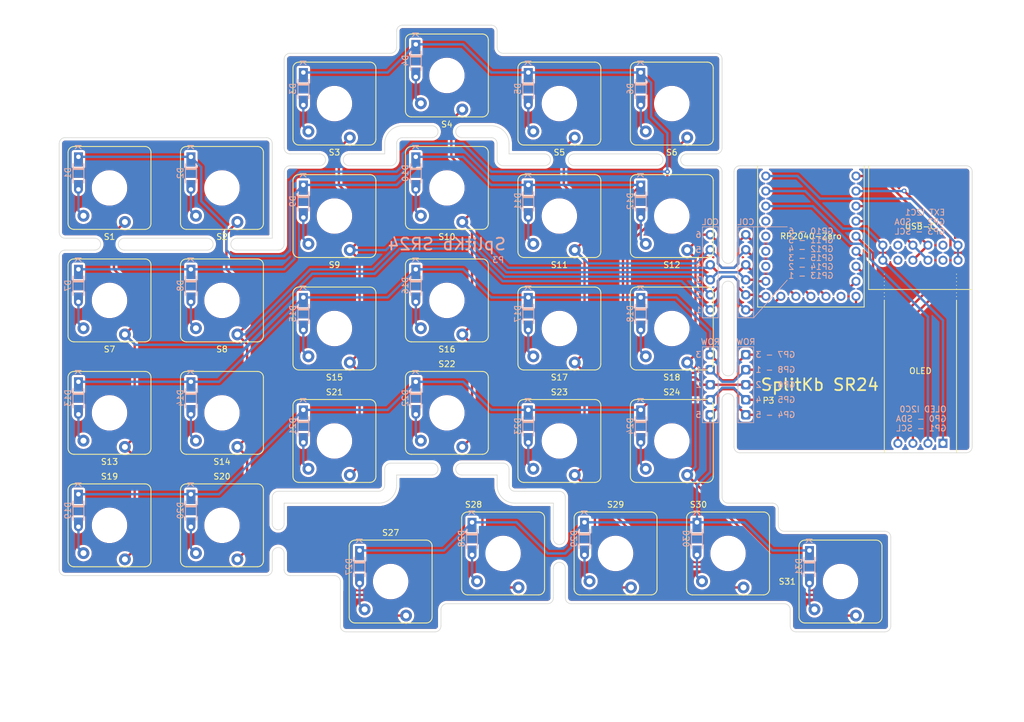
<source format=kicad_pcb>
(kicad_pcb (version 20221018) (generator pcbnew)
  (layers (0 "F.Cu" signal) (31 "B.Cu" signal) (34 "B.Paste" user) (35 "F.Paste" user) (36 "B.SilkS" user "B.Silkscreen") (37 "F.SilkS" user "F.Silkscreen") (38 "B.Mask" user) (39 "F.Mask" user) (44 "Edge.Cuts" user))
  (net 0 "")
  (net 1 "Net-(D1-A)")
  (net 2 "Net-(D2-A)")
  (net 3 "Net-(D3-A)")
  (net 4 "COL1")
  (net 5 "COL2")
  (net 6 "COL3")
  (net 7 "COL4")
  (net 8 "COL5")
  (net 9 "COL6")
  (net 10 "Net-(D5-A)")
  (net 11 "Net-(D6-A)")
  (net 12 "Net-(D7-A)")
  (net 13 "Net-(D10-A)")
  (net 14 "Net-(D11-A)")
  (net 15 "Net-(D12-A)")
  (net 16 "Net-(D14-A)")
  (net 17 "Net-(D15-A)")
  (net 18 "Net-(D16-A)")
  (net 19 "Net-(D18-A)")
  (net 20 "Net-(D19-A)")
  (net 21 "Net-(D20-A)")
  (net 22 "Net-(D22-A)")
  (net 23 "Net-(D23-A)")
  (net 24 "Net-(D24-A)")
  (net 25 "Net-(D27-A)")
  (net 26 "GND")
  (net 27 "VCC")
  (net 32 "/controler/USB_SCL")
  (net 33 "/controler/USB_SDA")
  (net 34 "+3.3V")
  (net 36 "Net-(D4-A)")
  (net 37 "Net-(D8-A)")
  (net 38 "Net-(D9-A)")
  (net 39 "Net-(D21-A)")
  (net 44 "Net-(D13-A)")
  (net 45 "Net-(D17-A)")
  (net 46 "Net-(D28-A)")
  (net 47 "Net-(D29-A)")
  (net 48 "Net-(D30-A)")
  (net 49 "Net-(D31-A)")
  (net 50 "ROW1")
  (net 51 "ROW2")
  (net 52 "ROW3")
  (net 53 "ROW4")
  (net 54 "ROW5")
  (net 55 "Net-(U1-GP1)")
  (net 56 "Net-(U1-GP0)")
  (footprint "split_kb_lib:GATERON" (layer "F.Cu") (at 87 67)
    (fp_text reference "S2")
    (fp_text value "Gateron_Switch")
  )
  (footprint "split_kb_lib:GATERON" (layer "F.Cu") (at 144 90.75)
    (fp_text reference "S17")
    (fp_text value "Gateron_Switch")
  )
  (footprint "split_kb_lib:Mouse Bites" (layer "F.Cu") (at 144 128.75 90)
    (fp_text reference "M2" hide)
    (fp_text value "~" hide)
    (fp_arc (start -2.5 -1) (mid -1.5 0) (end -2.5 1) (stroke (width 0.1)) (layer "Edge.Cuts"))
    (fp_arc (start 2.5 1) (mid 1.5 0) (end 2.5 -1) (stroke (width 0.1)) (layer "Edge.Cuts"))
  )
  (footprint "split_kb_lib:GATERON" (layer "F.Cu") (at 125 105)
    (fp_text reference "S22")
    (fp_text value "Gateron_Switch")
  )
  (footprint "split_kb_lib:GATERON" (layer "F.Cu") (at 125 67)
    (fp_text reference "S10")
    (fp_text value "Gateron_Switch")
  )
  (footprint "split_kb_lib:GATERON" (layer "F.Cu") (at 163 109.75)
    (fp_text reference "S24")
    (fp_text value "Gateron_Switch")
  )
  (footprint "split_kb_lib:OLED" (layer "F.Cu") (at 205 90.75 180)
    (fp_text reference "U2" hide)
    (fp_text value "~")
  )
  (footprint "split_kb_lib:GATERON" (layer "F.Cu") (at 87 105)
    (fp_text reference "S14")
    (fp_text value "Gateron_Switch")
  )
  (footprint "split_kb_lib:GATERON" (layer "F.Cu") (at 163 90.75)
    (fp_text reference "S18")
    (fp_text value "Gateron_Switch")
  )
  (footprint "split_kb_lib:GATERON" (layer "F.Cu") (at 191.5 133.5)
    (fp_text reference "S31")
    (fp_text value "Gateron_Switch")
  )
  (footprint "split_kb_lib:GATERON" (layer "F.Cu") (at 163 52.75)
    (fp_text reference "S6")
    (fp_text value "Gateron_Switch")
  )
  (footprint "split_kb_lib:GATERON" (layer "F.Cu") (at 172.5 128.75)
    (fp_text reference "S30")
    (fp_text value "Gateron_Switch")
  )
  (footprint "split_kb_lib:Mouse Bites" (layer "F.Cu") (at 163 62.25)
    (fp_text reference "M4" hide)
    (fp_text value "~" hide)
    (fp_arc (start -2.5 -1) (mid -1.5 0) (end -2.5 1) (stroke (width 0.1)) (layer "Edge.Cuts"))
    (fp_arc (start 2.5 1) (mid 1.5 0) (end 2.5 -1) (stroke (width 0.1)) (layer "Edge.Cuts"))
  )
  (footprint "split_kb_lib:Mouse Bites" (layer "F.Cu") (at 106 62.25)
    (fp_text reference "M3" hide)
    (fp_text value "~" hide)
    (fp_arc (start -2.5 -1) (mid -1.5 0) (end -2.5 1) (stroke (width 0.1)) (layer "Edge.Cuts"))
    (fp_arc (start 2.5 1) (mid 1.5 0) (end 2.5 -1) (stroke (width 0.1)) (layer "Edge.Cuts"))
  )
  (footprint "split_kb_lib:Mouse Bites" (layer "F.Cu") (at 96.5 126.25 -90)
    (fp_text reference "M1" hide)
    (fp_text value "~" hide)
    (fp_arc (start -2.5 -1) (mid -1.5 0) (end -2.5 1) (stroke (width 0.1)) (layer "Edge.Cuts"))
    (fp_arc (start 2.5 1) (mid 1.5 0) (end 2.5 -1) (stroke (width 0.1)) (layer "Edge.Cuts"))
  )
  (footprint "split_kb_lib:GATERON" (layer "F.Cu") (at 68 124)
    (fp_text reference "S19")
    (fp_text value "Gateron_Switch")
  )
  (footprint "split_kb_lib:GATERON" (layer "F.Cu") (at 106 71.75)
    (fp_text reference "S9")
    (fp_text value "Gateron_Switch")
  )
  (footprint "split_kb_lib:Mouse Bites" (layer "F.Cu") (at 87 76.5)
    (fp_text reference "M7" hide)
    (fp_text value "~" hide)
    (fp_arc (start -2.5 -1) (mid -1.5 0) (end -2.5 1) (stroke (width 0.1)) (layer "Edge.Cuts"))
    (fp_arc (start 2.5 1) (mid 1.5 0) (end 2.5 -1) (stroke (width 0.1)) (layer "Edge.Cuts"))
  )
  (footprint "split_kb_lib:GATERON" (layer "F.Cu") (at 144 52.75)
    (fp_text reference "S5")
    (fp_text value "Gateron_Switch")
  )
  (footprint "split_kb_lib:USB C Port" (layer "F.Cu") (at 205 73.5)
    (fp_text reference "J2" hide)
    (fp_text value "USB_C_Receptacle_USB2.0")
  )
  (footprint "split_kb_lib:GATERON" (layer "F.Cu") (at 68 67)
    (fp_text reference "S1")
    (fp_text value "Gateron_Switch")
  )
  (footprint "split_kb_lib:GATERON" (layer "F.Cu") (at 68 86)
    (fp_text reference "S7")
    (fp_text value "Gateron_Switch")
  )
  (footprint "split_kb_lib:RP2040 - Zero" (layer "F.Cu") (at 186.5 75.15)
    (fp_text reference "U1" hide)
    (fp_text value "~")
  )
  (footprint "split_kb_lib:GATERON" (layer "F.Cu") (at 153.5 128.75)
    (fp_text reference "S29")
    (fp_text value "Gateron_Switch")
  )
  (footprint "split_kb_lib:GATERON" (layer "F.Cu") (at 106 52.75)
    (fp_text reference "S3")
    (fp_text value "Gateron_Switch")
  )
  (footprint "split_kb_lib:GATERON" (layer "F.Cu") (at 87 86)
    (fp_text reference "S8")
    (fp_text value "Gateron_Switch")
  )
  (footprint "split_kb_lib:Mouse Bites" (layer "F.Cu") (at 172.5 81.25 90)
    (fp_text reference "M11" hide)
    (fp_text value "~" hide)
    (fp_arc (start -2.5 -1) (mid -1.5 0) (end -2.5 1) (stroke (width 0.1)) (layer "Edge.Cuts"))
    (fp_arc (start 2.5 1) (mid 1.5 0) (end 2.5 -1) (stroke (width 0.1)) (layer "Edge.Cuts"))
  )
  (footprint "split_kb_lib:GATERON" (layer "F.Cu") (at 125 48)
    (fp_text reference "S4")
    (fp_text value "Gateron_Switch")
  )
  (footprint "split_kb_lib:Mouse Bites" (layer "F.Cu") (at 172.5 100.25 90)
    (fp_text reference "M10" hide)
    (fp_text value "~" hide)
    (fp_arc (start -2.5 -1) (mid -1.5 0) (end -2.5 1) (stroke (width 0.1)) (layer "Edge.Cuts"))
    (fp_arc (start 2.5 1) (mid 1.5 0) (end 2.5 -1) (stroke (width 0.1)) (layer "Edge.Cuts"))
  )
  (footprint "split_kb_lib:Mouse Bites" (layer "F.Cu") (at 125 57.5)
    (fp_text reference "M8" hide)
    (fp_text value "~" hide)
    (fp_arc (start -2.5 -1) (mid -1.5 0) (end -2.5 1) (stroke (width 0.1)) (layer "Edge.Cuts"))
    (fp_arc (start 2.5 1) (mid 1.5 0) (end 2.5 -1) (stroke (width 0.1)) (layer "Edge.Cuts"))
  )
  (footprint "split_kb_lib:GATERON" (layer "F.Cu") (at 68 105)
    (fp_text reference "S13")
    (fp_text value "Gateron_Switch")
  )
  (footprint "split_kb_lib:Mouse Bites" (layer "F.Cu") (at 125 114.5)
    (fp_text reference "M6" hide)
    (fp_text value "~" hide)
    (fp_arc (start -2.5 -1) (mid -1.5 0) (end -2.5 1) (stroke (width 0.1)) (layer "Edge.Cuts"))
    (fp_arc (start 2.5 1) (mid 1.5 0) (end 2.5 -1) (stroke (width 0.1)) (layer "Edge.Cuts"))
  )
  (footprint "split_kb_lib:GATERON" (layer "F.Cu") (at 106 90.75)
    (fp_text reference "S15")
    (fp_text value "Gateron_Switch")
  )
  (footprint "split_kb_lib:GATERON" (layer "F.Cu") (at 106 109.75)
    (fp_text reference "S21")
    (fp_text value "Gateron_Switch")
  )
  (footprint "split_kb_lib:GATERON" (layer "F.Cu") (at 115.5 133.5)
    (fp_text reference "S27")
    (fp_text value "Gateron_Switch")
  )
  (footprint "split_kb_lib:GATERON" (layer "F.Cu") (at 87 124)
    (fp_text reference "S20")
    (fp_text value "Gateron_Switch")
  )
  (footprint "split_kb_lib:GATERON" (layer "F.Cu") (at 144 71.75)
    (fp_text reference "S11")
    (fp_text value "Gateron_Switch")
  )
  (footprint "split_kb_lib:GATERON" (layer "F.Cu") (at 163 71.75)
    (fp_text reference "S12")
    (fp_text value "Gateron_Switch")
  )
  (footprint "split_kb_lib:Mouse Bites" (layer "F.Cu") (at 68 76.5)
    (fp_text reference "M5" hide)
    (fp_text value "~" hide)
    (fp_arc (start -2.5 -1) (mid -1.5 0) (end -2.5 1) (stroke (width 0.1)) (layer "Edge.Cuts"))
    (fp_arc (start 2.5 1) (mid 1.5 0) (end 2.5 -1) (stroke (width 0.1)) (layer "Edge.Cuts"))
  )
  (footprint "split_kb_lib:Mouse Bites" (layer "F.Cu") (at 144 62.25)
    (fp_text reference "M9" hide)
    (fp_text value "~" hide)
    (fp_arc (start -2.5 -1) (mid -1.5 0) (end -2.5 1) (stroke (width 0.1)) (layer "Edge.Cuts"))
    (fp_arc (start 2.5 1) (mid 1.5 0) (end 2.5 -1) (stroke (width 0.1)) (layer "Edge.Cuts"))
  )
  (footprint "split_kb_lib:GATERON" (layer "F.Cu") (at 134.5 128.75)
    (fp_text reference "S28")
    (fp_text value "Gateron_Switch")
  )
  (footprint "split_kb_lib:GATERON" (layer "F.Cu") (at 125 86)
    (fp_text reference "S16")
    (fp_text value "Gateron_Switch")
  )
  (footprint "split_kb_lib:GATERON" (layer "F.Cu") (at 144 109.75)
    (fp_text reference "S23")
    (fp_text value "Gateron_Switch")
  )
  (footprint "split_kb_lib:SOD80_P5.5mm_Horizontal_SMD" (layer "B.Cu") (at 138.75 47.495 -90)
    (fp_text reference "D5")
    (fp_text value "1N4148")
  )
  (footprint "split_kb_lib:SOD80_P5.5mm_Horizontal_SMD" (layer "B.Cu") (at 157.75 85.495 -90)
    (fp_text reference "D18")
    (fp_text value "1N4148")
  )
  (footprint "split_kb_lib:SOD80_P5.5mm_Horizontal_SMD" (layer "B.Cu") (at 138.75 66.495 -90)
    (fp_text reference "D11")
    (fp_text value "1N4148")
  )
  (footprint "split_kb_lib:SOD80_P5.5mm_Horizontal_SMD" (layer "B.Cu") (at 81.75 80.745 -90)
    (fp_text reference "D8")
    (fp_text value "1N4148")
  )
  (footprint "split_kb_lib:SOD80_P5.5mm_Horizontal_SMD" (layer "B.Cu") (at 148.25 123.495 -90)
    (fp_text reference "D29")
    (fp_text value "1N4148")
  )
  (footprint "split_kb_lib:Row Connector" (layer "B.Cu") (at 169.5 100.25 180)
    (fp_text reference "J1" hide)
    (fp_text value "Conn_01x05")
  )
  (footprint "split_kb_lib:SOD80_P5.5mm_Horizontal_SMD" (layer "B.Cu") (at 157.75 47.495 -90)
    (fp_text reference "D6")
    (fp_text value "1N4148")
  )
  (footprint "split_kb_lib:SOD80_P5.5mm_Horizontal_SMD" (layer "B.Cu") (at 100.75 104.495 -90)
    (fp_text reference "D21")
    (fp_text value "1N4148")
  )
  (footprint "split_kb_lib:SOD80_P5.5mm_Horizontal_SMD" (layer "B.Cu") (at 186.25 128.245 -90)
    (fp_text reference "D31")
    (fp_text value "1N4148")
  )
  (footprint "split_kb_lib:Column Connector" (layer "B.Cu") (at 169.5 81.25)
    (fp_text reference "J4" hide)
    (fp_text value "Conn_01x06")
  )
  (footprint "split_kb_lib:SOD80_P5.5mm_Horizontal_SMD" (layer "B.Cu") (at 110.25 128.245 -90)
    (fp_text reference "D27")
    (fp_text value "1N4148")
  )
  (footprint "split_kb_lib:SOD80_P5.5mm_Horizontal_SMD" (layer "B.Cu") (at 81.75 118.745 -90)
    (fp_text reference "D20")
    (fp_text value "1N4148")
  )
  (footprint "split_kb_lib:SOD80_P5.5mm_Horizontal_SMD" (layer "B.Cu") (at 119.75 99.75 -90)
    (fp_text reference "D22")
    (fp_text value "1N4148")
  )
  (footprint "split_kb_lib:SOD80_P5.5mm_Horizontal_SMD" (layer "B.Cu") (at 62.75 80.745 -90)
    (fp_text reference "D7")
    (fp_text value "1N4148")
  )
  (footprint "split_kb_lib:SOD80_P5.5mm_Horizontal_SMD" (layer "B.Cu") (at 167.25 123.495 -90)
    (fp_text reference "D30")
    (fp_text value "1N4148")
  )
  (footprint "split_kb_lib:SOD80_P5.5mm_Horizontal_SMD" (layer "B.Cu") (at 62.75 99.745 -90)
    (fp_text reference "D13")
    (fp_text value "1N4148")
  )
  (footprint "split_kb_lib:SOD80_P5.5mm_Horizontal_SMD" (layer "B.Cu") (at 62.75 61.745 -90)
    (fp_text reference "D1")
    (fp_text value "1N4148")
  )
  (footprint "split_kb_lib:SOD80_P5.5mm_Horizontal_SMD" (layer "B.Cu") (at 129.25 123.495 -90)
    (fp_text reference "D28")
    (fp_text value "1N4148")
  )
  (footprint "split_kb_lib:SOD80_P5.5mm_Horizontal_SMD" (layer "B.Cu") (at 119.75 80.745 -90)
    (fp_text reference "D16")
    (fp_text value "1N4148")
  )
  (footprint "split_kb_lib:SOD80_P5.5mm_Horizontal_SMD" (layer "B.Cu") (at 157.75 104.495 -90)
    (fp_text reference "D24")
    (fp_text value "1N4148")
  )
  (footprint "split_kb_lib:SOD80_P5.5mm_Horizontal_SMD" (layer "B.Cu") (at 119.75 42.745 -90)
    (fp_text reference "D4")
    (fp_text value "1N4148")
  )
  (footprint "split_kb_lib:SOD80_P5.5mm_Horizontal_SMD" (layer "B.Cu") (at 62.75 118.745 -90)
    (fp_text reference "D19")
    (fp_text value "1N4148")
  )
  (footprint "split_kb_lib:SOD80_P5.5mm_Horizontal_SMD" (layer "B.Cu") (at 81.75 99.745 -90)
    (fp_text reference "D14")
    (fp_text value "1N4148")
  )
  (footprint "split_kb_lib:SOD80_P5.5mm_Horizontal_SMD" (layer "B.Cu") (at 138.75 85.495 -90)
    (fp_text reference "D17")
    (fp_text value "1N4148")
  )
  (footprint "split_kb_lib:SOD80_P5.5mm_Horizontal_SMD" (layer "B.Cu") (at 81.75 61.745 -90)
    (fp_text reference "D2")
    (fp_text value "1N4148")
  )
  (footprint "split_kb_lib:Row Connector" (layer "B.Cu") (at 175.5 100.25 180)
    (fp_text reference "J6" hide)
    (fp_text value "Conn_01x05")
  )
  (footprint "split_kb_lib:SOD80_P5.5mm_Horizontal_SMD" (layer "B.Cu") (at 119.75 61.745 -90)
    (fp_text reference "D10")
    (fp_text value "1N4148")
  )
  (footprint "split_kb_lib:Column Connector" (layer "B.Cu") (at 175.5 81.25)
    (fp_text reference "J5" hide)
    (fp_text value "Conn_01x06")
  )
  (footprint "split_kb_lib:SOD80_P5.5mm_Horizontal_SMD" (layer "B.Cu") (at 157.75 66.495 -90)
    (fp_text reference "D12")
    (fp_text value "1N4148")
  )
  (footprint "split_kb_lib:SOD80_P5.5mm_Horizontal_SMD" (layer "B.Cu") (at 100.75 85.495 -90)
    (fp_text reference "D15")
    (fp_text value "1N4148")
  )
  (footprint "split_kb_lib:SOD80_P5.5mm_Horizontal_SMD" (layer "B.Cu") (at 138.75 104.495 -90)
    (fp_text reference "D23")
    (fp_text value "1N4148")
  )
  (footprint "split_kb_lib:SOD80_P5.5mm_Horizontal_SMD" (layer "B.Cu") (at 100.75 47.495 -90)
    (fp_text reference "D3")
    (fp_text value "1N4148")
  )
  (footprint "split_kb_lib:SOD80_P5.5mm_Horizontal_SMD" (layer "B.Cu") (at 100.75 66.495 -90)
    (fp_text reference "D9")
    (fp_text value "1N4148")
  )
  (gr_line (start 176.83 73.57) (end 182.5 73.57) (stroke (width 0.12)) (layer "B.SilkS"))
  (gr_line (start 176.83 88.93) (end 182.5 82.57) (stroke (width 0.12)) (layer "B.SilkS"))
  (gr_line (start 211.1 111.75) (end 211.1 86) (stroke (width 0.15)) (layer "F.SilkS"))
  (gr_line (start 177.5 63.25) (end 177.5 87.125) (stroke (width 0.15)) (layer "F.SilkS"))
  (gr_line (start 196.25 63.25) (end 196.25 84.15) (stroke (width 0.15)) (layer "F.SilkS"))
  (gr_line (start 198.9 86) (end 198.9 81) (stroke (width 0.15) (type dot)) (layer "F.SilkS"))
  (gr_line (start 198.9 111.75) (end 198.9 86) (stroke (width 0.15)) (layer "F.SilkS"))
  (gr_line (start 195.5 63.25) (end 195.5 87.125) (stroke (width 0.15)) (layer "F.SilkS"))
  (gr_line (start 177.5 87.125) (end 195.5 87.125) (stroke (width 0.15)) (layer "F.SilkS"))
  (gr_line (start 196.25 84.15) (end 213.75 84.15) (stroke (width 0.15)) (layer "F.SilkS"))
  (gr_line (start 211.1 86) (end 211.1 81) (stroke (width 0.15) (type dot)) (layer "F.SilkS"))
  (gr_arc (start 106 132.5) (mid 106.707107 132.792893) (end 107 133.5) (stroke (width 0.1)) (layer "Edge.Cuts"))
  (gr_line (start 117.5 39.5) (end 132.5 39.5) (stroke (width 0.1)) (layer "Edge.Cuts"))
  (gr_arc (start 98.5 61.25) (mid 97.792893 60.957107) (end 97.5 60.25) (stroke (width 0.1)) (layer "Edge.Cuts"))
  (gr_arc (start 132.5 58.5) (mid 133.207107 58.792893) (end 133.5 59.5) (stroke (width 0.1)) (layer "Edge.Cuts"))
  (gr_arc (start 116.5 62.25) (mid 116.207107 62.957107) (end 115.5 63.25) (stroke (width 0.1)) (layer "Edge.Cuts"))
  (gr_arc (start 98.5 132.5) (mid 97.792893 132.207107) (end 97.5 131.5) (stroke (width 0.1)) (layer "Edge.Cuts"))
  (gr_line (start 173.5 83.75) (end 173.5 97.75) (stroke (width 0.1)) (layer "Edge.Cuts"))
  (gr_line (start 116.5 62.25) (end 116.5 59.5) (stroke (width 0.1)) (layer "Edge.Cuts"))
  (gr_line (start 181 121.25) (end 181 124) (stroke (width 0.1)) (layer "Edge.Cuts"))
  (gr_arc (start 182 125) (mid 181.292893 124.707107) (end 181 124) (stroke (width 0.1)) (layer "Edge.Cuts"))
  (gr_arc (start 200 141) (mid 199.707107 141.707107) (end 199 142) (stroke (width 0.1)) (layer "Edge.Cuts"))
  (gr_line (start 170.5 61.25) (end 165.5 61.25) (stroke (width 0.1)) (layer "Edge.Cuts"))
  (gr_line (start 97.5 76.5) (end 97.5 64.25) (stroke (width 0.1)) (layer "Edge.Cuts"))
  (gr_line (start 133.5 40.5) (end 133.5 43.25) (stroke (width 0.1)) (layer "Edge.Cuts"))
  (gr_arc (start 174.5 111.75) (mid 173.792893 111.457107) (end 173.5 110.75) (stroke (width 0.1)) (layer "Edge.Cuts"))
  (gr_arc (start 116.5 40.5) (mid 116.792893 39.792893) (end 117.5 39.5) (stroke (width 0.1)) (layer "Edge.Cuts"))
  (gr_arc (start 59.5 78.5) (mid 59.792893 77.792893) (end 60.5 77.5) (stroke (width 0.1)) (layer "Edge.Cuts"))
  (gr_arc (start 184 142) (mid 183.292893 141.707107) (end 183 141) (stroke (width 0.1)) (layer "Edge.Cuts"))
  (gr_line (start 145 126.25) (end 145 119.25) (stroke (width 0.1)) (layer "Edge.Cuts"))
  (gr_line (start 182 137.25) (end 146 137.25) (stroke (width 0.1)) (layer "Edge.Cuts"))
  (gr_line (start 172.5 120.25) (end 180 120.25) (stroke (width 0.1)) (layer "Edge.Cuts"))
  (gr_line (start 84.5 77.5) (end 70.5 77.5) (stroke (width 0.1)) (layer "Edge.Cuts"))
  (gr_line (start 60.5 58.5) (end 94.5 58.5) (stroke (width 0.1)) (layer "Edge.Cuts"))
  (gr_line (start 134.5 44.25) (end 170.5 44.25) (stroke (width 0.1)) (layer "Edge.Cuts"))
  (gr_line (start 97.5 60.25) (end 97.5 45.25) (stroke (width 0.1)) (layer "Edge.Cuts"))
  (gr_line (start 97.5 128.75) (end 97.5 131.5) (stroke (width 0.1)) (layer "Edge.Cuts"))
  (gr_line (start 60.5 77.5) (end 65.5 77.5) (stroke (width 0.1)) (layer "Edge.Cuts"))
  (gr_line (start 95.5 128.75) (end 95.5 131.5) (stroke (width 0.1)) (layer "Edge.Cuts"))
  (gr_arc (start 116.5 59.5) (mid 116.792893 58.792893) (end 117.5 58.5) (stroke (width 0.1)) (layer "Edge.Cuts"))
  (gr_line (start 160.5 63.25) (end 146.5 63.25) (stroke (width 0.1)) (layer "Edge.Cuts"))
  (gr_arc (start 170.5 44.25) (mid 171.207107 44.542893) (end 171.5 45.25) (stroke (width 0.1)) (layer "Edge.Cuts"))
  (gr_arc (start 114.5 114.5) (mid 114.792893 113.792893) (end 115.5 113.5) (stroke (width 0.1)) (layer "Edge.Cuts"))
  (gr_line (start 116.5 115.5) (end 116.5 117.25) (stroke (width 0.1)) (layer "Edge.Cuts"))
  (gr_line (start 171.5 45.25) (end 171.5 60.25) (stroke (width 0.1)) (layer "Edge.Cuts"))
  (gr_line (start 133.5 59.5) (end 133.5 62.25) (stroke (width 0.1)) (layer "Edge.Cuts"))
  (gr_arc (start 180 120.25) (mid 180.707107 120.542893) (end 181 121.25) (stroke (width 0.1)) (layer "Edge.Cuts"))
  (gr_line (start 212.75 63.25) (end 174.5 63.25) (stroke (width 0.1)) (layer "Edge.Cuts"))
  (gr_line (start 135.5 61.25) (end 135.5 59.5) (stroke (width 0.1)) (layer "Edge.Cuts"))
  (gr_arc (start 114.5 59.5) (mid 115.37868 57.37868) (end 117.5 56.5) (stroke (width 0.1)) (layer "Edge.Cuts"))
  (gr_line (start 98.5 44.25) (end 115.5 44.25) (stroke (width 0.1)) (layer "Edge.Cuts"))
  (gr_line (start 107 141) (end 107 133.5) (stroke (width 0.1)) (layer "Edge.Cuts"))
  (gr_line (start 96.5 118.25) (end 113.5 118.25) (stroke (width 0.1)) (layer "Edge.Cuts"))
  (gr_line (start 108.5 63.25) (end 115.5 63.25) (stroke (width 0.1)) (layer "Edge.Cuts"))
  (gr_arc (start 97.5 64.25) (mid 97.792893 63.542893) (end 98.5 63.25) (stroke (width 0.1)) (layer "Edge.Cuts"))
  (gr_arc (start 124 138.25) (mid 124.292893 137.542893) (end 125 137.25) (stroke (width 0.1)) (layer "Edge.Cuts"))
  (gr_line (start 89.5 75.5) (end 95.5 75.5) (stroke (width 0.1)) (layer "Edge.Cuts"))
  (gr_arc (start 97.5 76.5) (mid 97.207107 77.207107) (end 96.5 77.5) (stroke (width 0.1)) (layer "Edge.Cuts"))
  (gr_line (start 143 120.25) (end 143 126.25) (stroke (width 0.1)) (layer "Edge.Cuts"))
  (gr_line (start 174.5 111.75) (end 212.75 111.75) (stroke (width 0.1)) (layer "Edge.Cuts"))
  (gr_line (start 133.5 115.5) (end 133.5 117.25) (stroke (width 0.1)) (layer "Edge.Cuts"))
  (gr_arc (start 134.5 44.25) (mid 133.792893 43.957107) (end 133.5 43.25) (stroke (width 0.1)) (layer "Edge.Cuts"))
  (gr_arc (start 116.5 43.25) (mid 116.207107 43.957107) (end 115.5 44.25) (stroke (width 0.1)) (layer "Edge.Cuts"))
  (gr_line (start 94.5 132.5) (end 60.5 132.5) (stroke (width 0.1)) (layer "Edge.Cuts"))
  (gr_arc (start 108 142) (mid 107.292893 141.707107) (end 107 141) (stroke (width 0.1)) (layer "Edge.Cuts"))
  (gr_arc (start 124 141) (mid 123.707107 141.707107) (end 123 142) (stroke (width 0.1)) (layer "Edge.Cuts"))
  (gr_line (start 95.5 59.5) (end 95.5 75.5) (stroke (width 0.1)) (layer "Edge.Cuts"))
  (gr_line (start 133.5 115.5) (end 127.5 115.5) (stroke (width 0.1)) (layer "Edge.Cuts"))
  (gr_line (start 143 131.25) (end 143 136.25) (stroke (width 0.1)) (layer "Edge.Cuts"))
  (gr_arc (start 114.5 117.25) (mid 114.207107 117.957107) (end 113.5 118.25) (stroke (width 0.1)) (layer "Edge.Cuts"))
  (gr_arc (start 95.5 131.5) (mid 95.207107 132.207107) (end 94.5 132.5) (stroke (width 0.1)) (layer "Edge.Cuts"))
  (gr_line (start 65.5 75.5) (end 60.5 75.5) (stroke (width 0.1)) (layer "Edge.Cuts"))
  (gr_line (start 116.5 43.25) (end 116.5 40.5) (stroke (width 0.1)) (layer "Edge.Cuts"))
  (gr_line (start 114.5 59.5) (end 114.5 61.25) (stroke (width 0.1)) (layer "Edge.Cuts"))
  (gr_line (start 84.5 75.5) (end 70.5 75.5) (stroke (width 0.1)) (layer "Edge.Cuts"))
  (gr_line (start 141.5 61.25) (end 135.5 61.25) (stroke (width 0.1)) (layer "Edge.Cuts"))
  (gr_line (start 89.5 77.5) (end 96.5 77.5) (stroke (width 0.1)) (layer "Edge.Cuts"))
  (gr_arc (start 136.5 118.25) (mid 135.792893 117.957107) (end 135.5 117.25) (stroke (width 0.1)) (layer "Edge.Cuts"))
  (gr_arc (start 95.5 119.25) (mid 95.792893 118.542893) (end 96.5 118.25) (stroke (width 0.1)) (layer "Edge.Cuts"))
  (gr_arc (start 116.5 117.25) (mid 115.62132 119.37132) (end 113.5 120.25) (stroke (width 0.1)) (layer "Edge.Cuts"))
  (gr_line (start 122.5 113.5) (end 115.5 113.5) (stroke (width 0.1)) (layer "Edge.Cuts"))
  (gr_line (start 171.5 83.75) (end 171.5 97.75) (stroke (width 0.1)) (layer "Edge.Cuts"))
  (gr_line (start 122.5 115.5) (end 116.5 115.5) (stroke (width 0.1)) (layer "Edge.Cuts"))
  (gr_line (start 160.5 61.25) (end 146.5 61.25) (stroke (width 0.1)) (layer "Edge.Cuts"))
  (gr_line (start 182 125) (end 199 125) (stroke (width 0.1)) (layer "Edge.Cuts"))
  (gr_line (start 135.5 114.5) (end 135.5 117.25) (stroke (width 0.1)) (layer "Edge.Cuts"))
  (gr_arc (start 182 137.25) (mid 182.707107 137.542893) (end 183 138.25) (stroke (width 0.1)) (layer "Edge.Cuts"))
  (gr_line (start 123 142) (end 108 142) (stroke (width 0.1)) (layer "Edge.Cuts"))
  (gr_arc (start 171.5 60.25) (mid 171.207107 60.957107) (end 170.5 61.25) (stroke (width 0.1)) (layer "Edge.Cuts"))
  (gr_arc (start 134.5 63.25) (mid 133.792893 62.957107) (end 133.5 62.25) (stroke (width 0.1)) (layer "Edge.Cuts"))
  (gr_line (start 145 131.25) (end 145 136.25) (stroke (width 0.1)) (layer "Edge.Cuts"))
  (gr_arc (start 144 118.25) (mid 144.707107 118.542893) (end 145 119.25) (stroke (width 0.1)) (layer "Edge.Cuts"))
  (gr_line (start 144 118.25) (end 136.5 118.25) (stroke (width 0.1)) (layer "Edge.Cuts"))
  (gr_line (start 213.75 110.75) (end 213.75 64.25) (stroke (width 0.1)) (layer "Edge.Cuts"))
  (gr_line (start 59.5 131.5) (end 59.5 78.5) (stroke (width 0.1)) (layer "Edge.Cuts"))
  (gr_line (start 98.5 132.5) (end 106 132.5) (stroke (width 0.1)) (layer "Edge.Cuts"))
  (gr_arc (start 60.5 132.5) (mid 59.792893 132.207107) (end 59.5 131.5) (stroke (width 0.1)) (layer "Edge.Cuts"))
  (gr_line (start 183 141) (end 183 138.25) (stroke (width 0.1)) (layer "Edge.Cuts"))
  (gr_line (start 142 137.25) (end 125 137.25) (stroke (width 0.1)) (layer "Edge.Cuts"))
  (gr_line (start 95.5 123.75) (end 95.5 119.25) (stroke (width 0.1)) (layer "Edge.Cuts"))
  (gr_line (start 132.5 56.5) (end 127.5 56.5) (stroke (width 0.1)) (layer "Edge.Cuts"))
  (gr_line (start 98.5 63.25) (end 103.5 63.25) (stroke (width 0.1)) (layer "Edge.Cuts"))
  (gr_line (start 200 126) (end 200 141) (stroke (width 0.1)) (layer "Edge.Cuts"))
  (gr_line (start 122.5 56.5) (end 117.5 56.5) (stroke (width 0.1)) (layer "Edge.Cuts"))
  (gr_line (start 124 138.25) (end 124 141) (stroke (width 0.1)) (layer "Edge.Cuts"))
  (gr_arc (start 136.5 120.25) (mid 134.37868 119.37132) (end 133.5 117.25) (stroke (width 0.1)) (layer "Edge.Cuts"))
  (gr_line (start 134.5 63.25) (end 141.5 63.25) (stroke (width 0.1)) (layer "Edge.Cuts"))
  (gr_line (start 136.5 120.25) (end 143 120.25) (stroke (width 0.1)) (layer "Edge.Cuts"))
  (gr_line (start 114.5 117.25) (end 114.5 114.5) (stroke (width 0.1)) (layer "Edge.Cuts"))
  (gr_arc (start 134.5 113.5) (mid 135.207107 113.792893) (end 135.5 114.5) (stroke (width 0.1)) (layer "Edge.Cuts"))
  (gr_arc (start 170.5 63.25) (mid 171.207107 63.542893) (end 171.5 64.25) (stroke (width 0.1)) (layer "Edge.Cuts"))
  (gr_line (start 173.5 64.25) (end 173.5 78.75) (stroke (width 0.1)) (layer "Edge.Cuts"))
  (gr_line (start 113.5 120.25) (end 97.5 120.25) (stroke (width 0.1)) (layer "Edge.Cuts"))
  (gr_arc (start 146 137.25) (mid 145.292893 136.957107) (end 145 136.25) (stroke (width 0.1)) (layer "Edge.Cuts"))
  (gr_line (start 97.5 120.25) (end 97.5 123.75) (stroke (width 0.1)) (layer "Edge.Cuts"))
  (gr_arc (start 172.5 120.25) (mid 171.792893 119.957107) (end 171.5 119.25) (stroke (width 0.1)) (layer "Edge.Cuts"))
  (gr_line (start 114.5 61.25) (end 108.5 61.25) (stroke (width 0.1)) (layer "Edge.Cuts"))
  (gr_arc (start 132.5 56.5) (mid 134.62132 57.37868) (end 135.5 59.5) (stroke (width 0.1)) (layer "Edge.Cuts"))
  (gr_arc (start 97.5 45.25) (mid 97.792893 44.542893) (end 98.5 44.25) (stroke (width 0.1)) (layer "Edge.Cuts"))
  (gr_arc (start 213.75 110.75) (mid 213.457107 111.457107) (end 212.75 111.75) (stroke (width 0.1)) (layer "Edge.Cuts"))
  (gr_line (start 127.5 58.5) (end 132.5 58.5) (stroke (width 0.1)) (layer "Edge.Cuts"))
  (gr_arc (start 132.5 39.5) (mid 133.207107 39.792893) (end 133.5 40.5) (stroke (width 0.1)) (layer "Edge.Cuts"))
  (gr_line (start 122.5 58.5) (end 117.5 58.5) (stroke (width 0.1)) (layer "Edge.Cuts"))
  (gr_arc (start 199 125) (mid 199.707107 125.292893) (end 200 126) (stroke (width 0.1)) (layer "Edge.Cuts"))
  (gr_arc (start 59.5 59.5) (mid 59.792893 58.792893) (end 60.5 58.5) (stroke (width 0.1)) (layer "Edge.Cuts"))
  (gr_arc (start 60.5 75.5) (mid 59.792893 75.207107) (end 59.5 74.5) (stroke (width 0.1)) (layer "Edge.Cuts"))
  (gr_line (start 199 142) (end 184 142) (stroke (width 0.1)) (layer "Edge.Cuts"))
  (gr_line (start 59.5 74.5) (end 59.5 59.5) (stroke (width 0.1)) (layer "Edge.Cuts"))
  (gr_arc (start 173.5 64.25) (mid 173.792893 63.542893) (end 174.5 63.25) (stroke (width 0.1)) (layer "Edge.Cuts"))
  (gr_arc (start 94.5 58.5) (mid 95.207107 58.792893) (end 95.5 59.5) (stroke (width 0.1)) (layer "Edge.Cuts"))
  (gr_line (start 173.5 102.75) (end 173.5 110.75) (stroke (width 0.1)) (layer "Edge.Cuts"))
  (gr_line (start 165.5 63.25) (end 170.5 63.25) (stroke (width 0.1)) (layer "Edge.Cuts"))
  (gr_line (start 127.5 113.5) (end 134.5 113.5) (stroke (width 0.1)) (layer "Edge.Cuts"))
  (gr_arc (start 143 136.25) (mid 142.707107 136.957107) (end 142 137.25) (stroke (width 0.1)) (layer "Edge.Cuts"))
  (gr_line (start 103.5 61.25) (end 98.5 61.25) (stroke (width 0.1)) (layer "Edge.Cuts"))
  (gr_arc (start 212.75 63.25) (mid 213.457107 63.542893) (end 213.75 64.25) (stroke (width 0.1)) (layer "Edge.Cuts"))
  (gr_line (start 171.5 64.25) (end 171.5 78.75) (stroke (width 0.1)) (layer "Edge.Cuts"))
  (gr_line (start 171.5 102.75) (end 171.5 119.25) (stroke (width 0.1)) (layer "Edge.Cuts"))
  (gr_text "5" (at 167.5 105.33) (layer "B.SilkS") (effects (font (size 1 1) (thickness 0.16)) (justify mirror)))
  (gr_text "GP5 - 4" (at 180.5 102.79) (layer "B.SilkS") (effects (font (size 1 1) (thickness 0.16)) (justify mirror)))
  (gr_text "GP13 - 1" (at 186.5 81.82) (layer "B.SilkS") (effects (font (size 1 1) (thickness 0.16)) (justify mirror)))
  (gr_text "EXT I2C1\nGP2 - SDA\nGP3 - SCL" (at 209.25 72.75) (layer "B.SilkS") (effects (font (size 1 1) (thickness 0.16)) (justify left mirror)))
  (gr_text "4" (at 167.5 102.79) (layer "B.SilkS") (effects (font (size 1 1) (thickness 0.16)) (justify mirror)))
  (gr_text "ROW" (at 169.5 93) (layer "B.SilkS") (effects (font (size 1 1) (thickness 0.16)) (justify mirror)))
  (gr_text "1" (at 167.5 87.62) (layer "B.SilkS") (effects (font (size 1 1) (thickness 0.16)) (justify mirror)))
  (gr_text "1" (at 167.5 97.71) (layer "B.SilkS") (effects (font (size 1 1) (thickness 0.16)) (justify mirror)))
  (gr_text "P3" (at 134.75 79.75) (layer "B.SilkS") (effects (font (size 1 1)) (justify left bottom mirror)))
  (gr_text "SplitKb SR24" (at 125 76.5) (layer "B.SilkS") (effects (font (size 2 2) (thickness 0.3)) (justify mirror)))
  (gr_text "GP7 - 3" (at 180.5 95.17) (layer "B.SilkS") (effects (font (size 1 1) (thickness 0.16)) (justify mirror)))
  (gr_text "COL" (at 169.5 72.75) (layer "B.SilkS") (effects (font (size 1 1) (thickness 0.16)) (justify mirror)))
  (gr_text "3" (at 167.5 95.17) (layer "B.SilkS") (effects (font (size 1 1) (thickness 0.16)) (justify mirror)))
  (gr_text "GP11 - 5" (at 186.5 75.82) (layer "B.SilkS") (effects (font (size 1 1) (thickness 0.16)) (justify mirror)))
  (gr_text "3" (at 167.5 82.54) (layer "B.SilkS") (effects (font (size 1 1) (thickness 0.16)) (justify mirror)))
  (gr_text "2" (at 167.5 85.08) (layer "B.SilkS") (effects (font (size 1 1) (thickness 0.16)) (justify mirror)))
  (gr_text "GP4 - 5" (at 180.5 105.33) (layer "B.SilkS") (effects (font (size 1 1) (thickness 0.16)) (justify mirror)))
  (gr_text "6" (at 167.5 74.92) (layer "B.SilkS") (effects (font (size 1 1) (thickness 0.16)) (justify mirror)))
  (gr_text "GP6 - 2" (at 180.5 100.25) (layer "B.SilkS") (effects (font (size 1 1) (thickness 0.16)) (justify mirror)))
  (gr_text "2" (at 167.5 100.25) (layer "B.SilkS") (effects (font (size 1 1) (thickness 0.16)) (justify mirror)))
  (gr_text "5" (at 167.5 77.46) (layer "B.SilkS") (effects (font (size 1 1) (thickness 0.16)) (justify mirror)))
  (gr_text "GP14 - 2" (at 186.5 80.32) (layer "B.SilkS") (effects (font (size 1 1) (thickness 0.16)) (justify mirror)))
  (gr_text "COL" (at 175.5 72.75) (layer "B.SilkS") (effects (font (size 1 1) (thickness 0.16)) (justify mirror)))
  (gr_text "GP8 - 1" (at 180.5 97.71) (layer "B.SilkS") (effects (font (size 1 1) (thickness 0.16)) (justify mirror)))
  (gr_text "4" (at 167.5 80) (layer "B.SilkS") (effects (font (size 1 1) (thickness 0.16)) (justify mirror)))
  (gr_text "GP15 - 3" (at 186.5 78.82) (layer "B.SilkS") (effects (font (size 1 1) (thickness 0.16)) (justify mirror)))
  (gr_text "GP12 - 4" (at 186.5 77.32) (layer "B.SilkS") (effects (font (size 1 1) (thickness 0.16)) (justify mirror)))
  (gr_text "OLED I2C0\nGP0 - SDA\nGP1 - SCL" (at 209.5 106) (layer "B.SilkS") (effects (font (size 1 1) (thickness 0.16)) (justify left mirror)))
  (gr_text "GP10 - 6" (at 186.5 74.32) (layer "B.SilkS") (effects (font (size 1 1) (thickness 0.16)) (justify mirror)))
  (gr_text "ROW" (at 175.5 93) (layer "B.SilkS") (effects (font (size 1 1) (thickness 0.16)) (justify mirror)))
  (gr_text "OLED" (at 205 98.5) (layer "F.SilkS") (effects (font (size 1 1) (thickness 0.16)) (justify bottom)))
  (gr_text "USB-C" (at 205 73.5) (layer "F.SilkS") (effects (font (size 1 1) (thickness 0.16))))
  (gr_text "P3" (at 178.25 103.5) (layer "F.SilkS") (effects (font (size 1 1) (thickness 0.16)) (justify left bottom)))
  (gr_text "SplitKb SR24" (at 188 100.25) (layer "F.SilkS") (effects (font (size 2 2) (thickness 0.3))))
  (gr_text "RP2040-Zero" (at 186.5 75.15) (layer "F.SilkS") (effects (font (size 1 1) (thickness 0.16))))
  (segment (start 62.75 70.85) (end 63.6 71.7) (width 0.4) (layer "B.Cu") (net 1))
  (segment (start 62.75 67.245) (end 62.75 70.85) (width 0.4) (layer "B.Cu") (net 1))
  (segment (start 81.75 67.245) (end 81.75 70.85) (width 0.4) (layer "B.Cu") (net 2))
  (segment (start 81.75 70.85) (end 82.6 71.7) (width 0.4) (layer "B.Cu") (net 2))
  (segment (start 100.75 56.6) (end 101.6 57.45) (width 0.4) (layer "B.Cu") (net 3))
  (segment (start 100.75 52.995) (end 100.75 56.6) (width 0.4) (layer "B.Cu") (net 3))
  (segment (start 175.5 87.6) (end 179.13 87.6) (width 0.4) (layer "F.Cu") (net 4))
  (segment (start 72.25 84.25) (end 68.75 80.75) (width 0.4) (layer "F.Cu") (net 4))
  (segment (start 68.75 80.75) (end 68.75 74.6) (width 0.4) (layer "F.Cu") (net 4))
  (segment (start 72.25 93.4) (end 70.6 91.75) (width 0.4) (layer "F.Cu") (net 4))
  (segment (start 72.25 109.1) (end 72.25 93.4) (width 0.4) (layer "F.Cu") (net 4))
  (segment (start 70.6 129.75) (end 72.25 128.1) (width 0.4) (layer "F.Cu") (net 4))
  (segment (start 72.25 128.1) (end 72.25 112.4) (width 0.4) (layer "F.Cu") (net 4))
  (segment (start 72.25 90.1) (end 72.25 84.25) (width 0.4) (layer "F.Cu") (net 4))
  (segment (start 70.6 110.75) (end 72.25 109.1) (width 0.4) (layer "F.Cu") (net 4))
  (segment (start 179.13 87.6) (end 181.42 85.31) (width 0.4) (layer "F.Cu") (net 4))
  (segment (start 70.6 91.75) (end 72.25 90.1) (width 0.4) (layer "F.Cu") (net 4))
  (segment (start 72.25 112.4) (end 70.6 110.75) (width 0.4) (layer "F.Cu") (net 4))
  (segment (start 68.75 74.6) (end 70.6 72.75) (width 0.4) (layer "F.Cu") (net 4))
  (segment (start 174.2 82.7) (end 174.2 86.3) (width 0.4) (layer "B.Cu") (net 4))
  (segment (start 174.2 86.3) (end 175.5 87.6) (width 0.4) (layer "B.Cu") (net 4))
  (segment (start 128.91802 77.25) (end 134.41802 82.75) (width 0.4) (layer "B.Cu") (net 4))
  (segment (start 90.25 93.5) (end 102.25 81.5) (width 0.4) (layer "B.Cu") (net 4))
  (segment (start 117.06066 77.25) (end 128.91802 77.25) (width 0.4) (layer "B.Cu") (net 4))
  (segment (start 112.81066 81.5) (end 117.06066 77.25) (width 0.4) (layer "B.Cu") (net 4))
  (segment (start 170.8 82.7) (end 171.5 82) (width 0.4) (layer "B.Cu") (net 4))
  (segment (start 164.65 82.75) (end 169.5 87.6) (width 0.4) (layer "B.Cu") (net 4))
  (segment (start 170.8 86.3) (end 170.8 82.7) (width 0.4) (layer "B.Cu") (net 4))
  (segment (start 171.5 82) (end 173.5 82) (width 0.4) (layer "B.Cu") (net 4))
  (segment (start 72.35 93.5) (end 90.25 93.5) (width 0.4) (layer "B.Cu") (net 4))
  (segment (start 134.41802 82.75) (end 164.65 82.75) (width 0.4) (layer "B.Cu") (net 4))
  (segment (start 169.5 87.6) (end 170.8 86.3) (width 0.4) (layer "B.Cu") (net 4))
  (segment (start 173.5 82) (end 174.2 82.7) (width 0.4) (layer "B.Cu") (net 4))
  (segment (start 70.6 91.75) (end 72.35 93.5) (width 0.4) (layer "B.Cu") (net 4))
  (segment (start 102.25 81.5) (end 112.81066 81.5) (width 0.4) (layer "B.Cu") (net 4))
  (segment (start 177.5 85.31) (end 178.88 85.31) (width 0.4) (layer "F.Cu") (net 5))
  (segment (start 91.25 84.25) (end 87.75 80.75) (width 0.4) (layer "F.Cu") (net 5))
  (segment (start 91.25 112.4) (end 89.6 110.75) (width 0.4) (layer "F.Cu") (net 5))
  (segment (start 91.25 128.1) (end 91.25 124.5) (width 0.4) (layer "F.Cu") (net 5))
  (segment (start 175.5 85.06) (end 177.25 85.06) (width 0.4) (layer "F.Cu") (net 5))
  (segment (start 87.75 80.75) (end 87.75 74.6) (width 0.4) (layer "F.Cu") (net 5))
  (segment (start 89.6 91.75) (end 91.25 90.1) (width 0.4) (layer "F.Cu") (net 5))
  (segment (start 170.8 83.76) (end 170.8 82.7) (width 0.4) (layer "F.Cu") (net 5))
  (segment (start 102.25 126.25) (end 94.5 126.25) (width 0.4) (layer "F.Cu") (net 5))
  (segment (start 91.25 93.4) (end 89.6 91.75) (width 0.4) (layer "F.Cu") (net 5))
  (segment (start 171.5 82) (end 173.5 82) (width 0.4) (layer "F.Cu") (net 5))
  (segment (start 89.6 129.75) (end 91.25 128.1) (width 0.4) (layer "F.Cu") (net 5))
  (segment (start 91.25 124.5) (end 91.25 112.4) (width 0.4) (layer "F.Cu") (net 5))
  (segment (start 109.25 135.75) (end 108 134.5) (width 0.4) (layer "F.Cu") (net 5))
  (segment (start 91.25 109.1) (end 91.25 93.4) (width 0.4) (layer "F.Cu") (net 5))
  (segment (start 170.8 82.7) (end 171.5 82) (width 0.4) (layer "F.Cu") (net 5))
  (segment (start 174.2 83.76) (end 175.5 85.06) (width 0.4) (layer "F.Cu") (net 5))
  (segment (start 108 134.5) (end 108 132) (width 0.4) (layer "F.Cu") (net 5))
  (segment (start 169.5 85.06) (end 170.8 83.76) (width 0.4) (layer "F.Cu") (net 5))
  (segment (start 174.2 82.7) (end 174.2 83.76) (width 0.4) (layer "F.Cu") (net 5))
  (segment (start 115.5 139.25) (end 112 135.75) (width 0.4) (layer "F.Cu") (net 5))
  (segment (start 87.75 74.6) (end 89.6 72.75) (width 0.4) (layer "F.Cu") (net 5))
  (segment (start 89.6 110.75) (end 91.25 109.1) (width 0.4) (layer "F.Cu") (net 5))
  (segment (start 108 132) (end 102.25 126.25) (width 0.4) (layer "F.Cu") (net 5))
  (segment (start 112 135.75) (end 109.25 135.75) (width 0.4) (layer "F.Cu") (net 5))
  (segment (start 118.1 139.25) (end 115.5 139.25) (width 0.4) (layer "F.Cu") (net 5))
  (segment (start 91.25 90.1) (end 91.25 84.25) (width 0.4) (layer "F.Cu") (net 5))
  (segment (start 177.25 85.06) (end 177.5 85.31) (width 0.4) (layer "F.Cu") (net 5))
  (segment (start 94.5 126.25) (end 91.25 123) (width 0.4) (layer "F.Cu") (net 5))
  (segment (start 173.5 82) (end 174.2 82.7) (width 0.4) (layer "F.Cu") (net 5))
  (segment (start 116.75 76.5) (end 129.22868 76.5) (width 0.4) (layer "B.Cu") (net 5))
  (segment (start 89.6 91.75) (end 90.93934 91.75) (width 0.4) (layer "B.Cu") (net 5))
  (segment (start 90.93934 91.75) (end 101.93934 80.75) (width 0.4) (layer "B.Cu") (net 5))
  (segment (start 129.22868 76.5) (end 134.72868 82) (width 0.4) (layer "B.Cu") (net 5))
  (segment (start 101.93934 80.75) (end 112.5 80.75) (width 0.4) (layer "B.Cu") (net 5))
  (segment (start 166.44 82) (end 169.5 85.06) (width 0.4) (layer "B.Cu") (net 5))
  (segment (start 134.72868 82) (end 166.44 82) (width 0.4) (layer "B.Cu") (net 5))
  (segment (start 112.5 80.75) (end 116.75 76.5) (width 0.4) (layer "B.Cu") (net 5))
  (segment (start 175.5 82.52) (end 177.25 82.52) (width 0.4) (layer "F.Cu") (net 6))
  (segment (start 108.6 77.5) (end 110.25 75.85) (width 0.4) (layer "F.Cu") (net 6))
  (segment (start 108.6 115.5) (end 110.25 113.85) (width 0.4) (layer "F.Cu") (net 6))
  (segment (start 108.6 96.5) (end 110.25 94.85) (width 0.4) (layer "F.Cu") (net 6))
  (segment (start 110.25 98.15) (end 108.6 96.5) (width 0.4) (layer "F.Cu") (net 6))
  (segment (start 137.1 134.5) (end 134.5 134.5) (width 0.4) (layer "F.Cu") (net 6))
  (segment (start 125 115.5) (end 125 113.5) (width 0.4) (layer "F.Cu") (net 6))
  (segment (start 110.25 113.85) (end 110.25 98.15) (width 0.4) (layer "F.Cu") (net 6))
  (segment (start 124 112.5) (end 113.5 112.5) (width 0.4) (layer "F.Cu") (net 6))
  (segment (start 110.25 75.85) (end 110.25 70) (width 0.4) (layer "F.Cu") (net 6))
  (segment (start 110.25 79.15) (end 108.6 77.5) (width 0.4) (layer "F.Cu") (net 6))
  (segment (start 177.5 82.77) (end 178.88 82.77) (width 0.4) (layer "F.Cu") (net 6))
  (segment (start 106.75 66.5) (end 106.75 60.35) (width 0.4) (layer "F.Cu") (net 6))
  (segment (start 125 113.5) (end 124 112.5) (width 0.4) (layer "F.Cu") (net 6))
  (segment (start 131 131) (end 131 121.5) (width 0.4) (layer "F.Cu") (net 6))
  (segment (start 134.5 134.5) (end 131 131) (width 0.4) (layer "F.Cu") (net 6))
  (segment (start 113.5 112.5) (end 110.25 109.25) (width 0.4) (layer "F.Cu") (net 6))
  (segment (start 110.25 94.85) (end 110.25 79.15) (width 0.4) (layer "F.Cu") (net 6))
  (segment (start 106.75 60.35) (end 108.6 58.5) (width 0.4) (layer "F.Cu") (net 6))
  (segment (start 131 121.5) (end 125 115.5) (width 0.4) (layer "F.Cu") (net 6))
  (segment (start 110.25 70) (end 106.75 66.5) (width 0.4) (layer "F.Cu") (net 6))
  (segment (start 177.25 82.52) (end 177.5 82.77) (width 0.4) (layer "F.Cu") (net 6))
  (segment (start 135.03934 81.25) (end 168.23 81.25) (width 0.4) (layer "B.Cu") (net 6))
  (segment (start 114.68934 77.5) (end 116.43934 75.75) (width 0.4) (layer "B.Cu") (net 6))
  (segment (start 170.77 81.25) (end 174.23 81.25) (width 0.4) (layer "B.Cu") (net 6))
  (segment (start 116.43934 75.75) (end 129.53934 75.75) (width 0.4) (layer "B.Cu") (net 6))
  (segment (start 174.23 81.25) (end 175.5 82.52) (width 0.4) (layer "B.Cu") (net 6))
  (segment (start 108.6 77.5) (end 114.68934 77.5) (width 0.4) (layer "B.Cu") (net 6))
  (segment (start 129.53934 75.75) (end 135.03934 81.25) (width 0.4) (layer "B.Cu") (net 6))
  (segment (start 168.23 81.25) (end 169.5 82.52) (width 0.4) (layer "B.Cu") (net 6))
  (segment (start 169.5 82.52) (end 170.77 81.25) (width 0.4) (layer "B.Cu") (net 6))
  (segment (start 139 117.25) (end 136.5 114.75) (width 0.4) (layer "F.Cu") (net 7))
  (segment (start 129.25 104.5) (end 129.25 93.4) (width 0.4) (layer "F.Cu") (net 7))
  (segment (start 127.6 110.75) (end 129.25 109.1) (width 0.4) (layer "F.Cu") (net 7))
  (segment (start 125.75 61.75) (end 125.75 55.6) (width 0.4) (layer "F.Cu") (net 7))
  (segment (start 175.5 79.98) (end 177.02 81.5) (width 0.4) (layer "F.Cu") (net 7))
  (segment (start 129.25 71.1) (end 129.25 65.25) (width 0.4) (layer "F.Cu") (net 7))
  (segment (start 136.5 111.75) (end 129.25 104.5) (width 0.4) (layer "F.Cu") (net 7))
  (segment (start 169.5 79.98) (end 170.77 81.25) (width 0.4) (layer "F.Cu") (net 7))
  (segment (start 129.25 74.4) (end 127.6 72.75) (width 0.4) (layer "F.Cu") (net 7))
  (segment (start 180.15 81.5) (end 183.96 85.31) (width 0.4) (layer "F.Cu") (net 7))
  (segment (start 150 120) (end 147.25 117.25) (width 0.4) (layer "F.Cu") (net 7))
  (segment (start 136.5 114.75) (end 136.5 111.75) (width 0.4) (layer "F.Cu") (net 7))
  (segment (start 177.02 81.5) (end 180.15 81.5) (width 0.4) (layer "F.Cu") (net 7))
  (segment (start 153.5 134.5) (end 150 131) (width 0.4) (layer "F.Cu") (net 7))
  (segment (start 147.25 117.25) (end 139 117.25) (width 0.4) (layer "F.Cu") (net 7))
  (segment (start 156.1 134.5) (end 153.5 134.5) (width 0.4) (layer "F.Cu") (net 7))
  (segment (start 127.6 72.75) (end 129.25 71.1) (width 0.4) (layer "F.Cu") (net 7))
  (segment (start 125.75 55.6) (end 127.6 53.75) (width 0.4) (layer "F.Cu") (net 7))
  (segment (start 150 131) (end 150 120) (width 0.4) (layer "F.Cu") (net 7))
  (segment (start 129.25 93.4) (end 127.6 91.75) (width 0.4) (layer "F.Cu") (net 7))
  (segment (start 129.25 90.1) (end 129.25 74.4) (width 0.4) (layer "F.Cu") (net 7))
  (segment (start 129.25 65.25) (end 125.75 61.75) (width 0.4) (layer "F.Cu") (net 7))
  (segment (start 129.25 109.1) (end 129.25 104.5) (width 0.4) (layer "F.Cu") (net 7))
  (segment (start 174.23 81.25) (end 175.5 79.98) (width 0.4) (layer "F.Cu") (net 7))
  (segment (start 127.6 91.75) (end 129.25 90.1) (width 0.4) (layer "F.Cu") (net 7))
  (segment (start 170.77 81.25) (end 174.23 81.25) (width 0.4) (layer "F.Cu") (net 7))
  (segment (start 127.6 72.75) (end 135.35 80.5) (width 0.4) (layer "B.Cu") (net 7))
  (segment (start 168.98 80.5) (end 169.5 79.98) (width 0.4) (layer "B.Cu") (net 7))
  (segment (start 135.35 80.5) (end 168.98 80.5) (width 0.4) (layer "B.Cu") (net 7))
  (segment (start 172.5 134.5) (end 175.1 134.5) (width 0.4) (layer "F.Cu") (net 8))
  (segment (start 162.1 131) (end 169 131) (width 0.4) (layer "F.Cu") (net 8))
  (segment (start 148.25 75.85) (end 148.25 70) (width 0.4) (layer "F.Cu") (net 8))
  (segment (start 148.25 98.15) (end 148.25 113.85) (width 0.4) (layer "F.Cu") (net 8))
  (segment (start 169 131) (end 172.5 134.5) (width 0.4) (layer "F.Cu") (net 8))
  (segment (start 144.75 60.35) (end 146.6 58.5) (width 0.4) (layer "F.Cu") (net 8))
  (segment (start 146.6 96.5) (end 148.25 98.15) (width 0.4) (layer "F.Cu") (net 8))
  (segment (start 146.6 77.5) (end 148.25 75.85) (width 0.4) (layer "F.Cu") (net 8))
  (segment (start 175.5 77.44) (end 177.013359 78.953359) (width 0.4) (layer "F.Cu") (net 8))
  (segment (start 148.25 113.85) (end 146.6 115.5) (width 0.4) (layer "F.Cu") (net 8))
  (segment (start 148.25 79.15) (end 146.6 77.5) (width 0.4) (layer "F.Cu") (net 8))
  (segment (start 180.143359 78.953359) (end 186.5 85.31) (width 0.4) (layer "F.Cu") (net 8))
  (segment (start 146.6 96.5) (end 148.25 94.85) (width 0.4) (layer "F.Cu") (net 8))
  (segment (start 148.25 70) (end 144.75 66.5) (width 0.4) (layer "F.Cu") (net 8))
  (segment (start 144.75 66.5) (end 144.75 60.35) (width 0.4) (layer "F.Cu") (net 8))
  (segment (start 146.6 115.5) (end 162.1 131) (width 0.4) (layer "F.Cu") (net 8))
  (segment (start 148.25 94.85) (end 148.25 79.15) (width 0.4) (layer "F.Cu") (net 8))
  (segment (start 177.013359 78.953359) (end 180.143359 78.953359) (width 0.4) (layer "F.Cu") (net 8))
  (segment (start 170.8 79.8) (end 171.5 80.5) (width 0.4) (layer "B.Cu") (net 8))
  (segment (start 171.5 80.5) (end 173.5 80.5) (width 0.4) (layer "B.Cu") (net 8))
  (segment (start 175.5 77.44) (end 174.2 78.74) (width 0.4) (layer "B.Cu") (net 8))
  (segment (start 169.5 77.44) (end 170.8 78.74) (width 0.4) (layer "B.Cu") (net 8))
  (segment (start 146.6 77.5) (end 148.85 79.75) (width 0.4) (layer "B.Cu") (net 8))
  (segment (start 173.5 80.5) (end 174.2 79.8) (width 0.4) (layer "B.Cu") (net 8))
  (segment (start 167.19 79.75) (end 169.5 77.44) (width 0.4) (layer "B.Cu") (net 8))
  (segment (start 170.8 78.74) (end 170.8 79.8) (width 0.4) (layer "B.Cu") (net 8))
  (segment (start 174.2 78.74) (end 174.2 79.8) (width 0.4) (layer "B.Cu") (net 8))
  (segment (start 148.85 79.75) (end 167.19 79.75) (width 0.4) (layer "B.Cu") (net 8))
  (segment (start 175.5 74.9) (end 177.019157 76.419157) (width 0.4) (layer "F.Cu") (net 9))
  (segment (start 165.6 77.5) (end 167 78.9) (width 0.4) (layer "F.Cu") (net 9))
  (segment (start 167 76.1) (end 167 69.75) (width 0.4) (layer "F.Cu") (net 9))
  (segment (start 163.75 60.35) (end 165.6 58.5) (width 0.4) (layer "F.Cu") (net 9))
  (segment (start 166.6 76.5) (end 167 76.1) (width 0.4) (layer "F.Cu") (net 9))
  (segment (start 174.2 79.8) (end 174.2 76.2) (width 0.4) (layer "F.Cu") (net 9))
  (segment (start 188.125 135.75) (end 191.625 139.25) (width 0.4) (layer "F.Cu") (net 9))
  (segment (start 168.2 74.9) (end 169.5 74.9) (width 0.4) (layer "F.Cu") (net 9))
  (segment (start 165.6 77.5) (end 166.6 76.5) (width 0.4) (layer "F.Cu") (net 9))
  (segment (start 167 69.75) (end 163.75 66.5) (width 0.4) (layer "F.Cu") (net 9))
  (segment (start 174.2 76.2) (end 175.5 74.9) (width 0.4) (layer "F.Cu") (net 9))
  (segment (start 165.6 115.5) (end 185.85 135.75) (width 0.4) (layer "F.Cu") (net 9))
  (segment (start 163.75 66.5) (end 163.75 60.35) (width 0.4) (layer "F.Cu") (net 9))
  (segment (start 170.8 79.8) (end 171.5 80.5) (width 0.4) (layer "F.Cu") (net 9))
  (segment (start 191.625 139.25) (end 194.1 139.25) (width 0.4) (layer "F.Cu") (net 9))
  (segment (start 180.149157 76.419157) (end 189.04 85.31) (width 0.4) (layer "F.Cu") (net 9))
  (segment (start 168.2 74.9) (end 167 76.1) (width 0.4) (layer "F.Cu") (net 9))
  (segment (start 167 78.9) (end 167 95.1) (width 0.4) (layer "F.Cu") (net 9))
  (segment (start 173.5 80.5) (end 174.2 79.8) (width 0.4) (layer "F.Cu") (net 9))
  (segment (start 177.019157 76.419157) (end 180.149157 76.419157) (width 0.4) (layer "F.Cu") (net 9))
  (segment (start 171.5 80.5) (end 173.5 80.5) (width 0.4) (layer "F.Cu") (net 9))
  (segment (start 169.5 74.9) (end 170.8 76.2) (width 0.4) (layer "F.Cu") (net 9))
  (segment (start 185.85 135.75) (end 188.125 135.75) (width 0.4) (layer "F.Cu") (net 9))
  (segment (start 167 95.1) (end 165.6 96.5) (width 0.4) (layer "F.Cu") (net 9))
  (segment (start 170.8 76.2) (end 170.8 79.8) (width 0.4) (layer "F.Cu") (net 9))
  (segment (start 165.6 96.5) (end 167 97.9) (width 0.4) (layer "B.Cu") (net 9))
  (segment (start 167 114.1) (end 165.6 115.5) (width 0.4) (layer "B.Cu") (net 9))
  (segment (start 167 97.9) (end 167 114.1) (width 0.4) (layer "B.Cu") (net 9))
  (segment (start 138.75 56.6) (end 139.6 57.45) (width 0.4) (layer "B.Cu") (net 10))
  (segment (start 138.75 52.995) (end 138.75 56.6) (width 0.4) (layer "B.Cu") (net 10))
  (segment (start 157.75 52.995) (end 157.75 56.6) (width 0.4) (layer "B.Cu") (net 11))
  (segment (start 157.75 56.6) (end 158.6 57.45) (width 0.4) (layer "B.Cu") (net 11))
  (segment (start 62.75 86.245) (end 62.75 89.85) (width 0.4) (layer "B.Cu") (net 12))
  (segment (start 62.75 89.85) (end 63.6 90.7) (width 0.4) (layer "B.Cu") (net 12))
  (segment (start 119.75 70.85) (end 120.6 71.7) (width 0.4) (layer "B.Cu") (net 13))
  (segment (start 119.75 67.245) (end 119.75 70.85) (width 0.4) (layer "B.Cu") (net 13))
  (segment (start 138.75 71.995) (end 138.75 75.6) (width 0.4) (layer "B.Cu") (net 14))
  (segment (start 138.75 75.6) (end 139.6 76.45) (width 0.4) (layer "B.Cu") (net 14))
  (segment (start 157.75 75.6) (end 158.6 76.45) (width 0.4) (layer "B.Cu") (net 15))
  (segment (start 157.75 71.995) (end 157.75 75.6) (width 0.4) (layer "B.Cu") (net 15))
  (segment (start 81.75 105.245) (end 81.75 108.85) (width 0.4) (layer "B.Cu") (net 16))
  (segment (start 81.75 108.85) (end 82.6 109.7) (width 0.4) (layer "B.Cu") (net 16))
  (segment (start 100.75 94.6) (end 101.6 95.45) (width 0.4) (layer "B.Cu") (net 17))
  (segment (start 100.75 90.995) (end 100.75 94.6) (width 0.4) (layer "B.Cu") (net 17))
  (segment (start 119.75 86.245) (end 119.75 89.85) (width 0.4) (layer "B.Cu") (net 18))
  (segment (start 119.75 89.85) (end 120.6 90.7) (width 0.4) (layer "B.Cu") (net 18))
  (segment (start 157.75 94.6) (end 158.6 95.45) (width 0.4) (layer "B.Cu") (net 19))
  (segment (start 157.75 90.995) (end 157.75 94.6) (width 0.4) (layer "B.Cu") (net 19))
  (segment (start 62.75 127.85) (end 63.6 128.7) (width 0.4) (layer "B.Cu") (net 20))
  (segment (start 62.75 124.245) (end 62.75 127.85) (width 0.4) (layer "B.Cu") (net 20))
  (segment (start 81.75 127.85) (end 82.6 128.7) (width 0.4) (layer "B.Cu") (net 21))
  (segment (start 81.75 124.245) (end 81.75 127.85) (width 0.4) (layer "B.Cu") (net 21))
  (segment (start 119.75 105.25) (end 119.75 108.85) (width 0.4) (layer "B.Cu") (net 22))
  (segment (start 119.75 108.85) (end 120.6 109.7) (width 0.4) (layer "B.Cu") (net 22))
  (segment (start 138.75 113.6) (end 139.6 114.45) (width 0.4) (layer "B.Cu") (net 23))
  (segment (start 138.75 109.995) (end 138.75 113.6) (width 0.4) (layer "B.Cu") (net 23))
  (segment (start 157.75 113.6) (end 158.6 114.45) (width 0.4) (layer "B.Cu") (net 24))
  (segment (start 157.75 109.995) (end 157.75 113.6) (width 0.4) (layer "B.Cu") (net 24))
  (segment (start 110.25 137.35) (end 111.1 138.2) (width 0.4) (layer "B.Cu") (net 25))
  (segment (start 110.25 133.745) (end 110.25 137.35) (width 0.4) (layer "B.Cu") (net 25))
  (segment (start 178.88 67.53) (end 185.53 67.53) (width 0.4) (layer "B.Cu") (net 26))
  (segment (start 198.65 79.215) (end 208.81 89.375) (width 0.4) (layer "B.Cu") (net 26))
  (segment (start 198.65 76.675) (end 198.65 79.215) (width 0.4) (layer "B.Cu") (net 26))
  (segment (start 195.847 73.872) (end 198.65 76.675) (width 0.4) (layer "B.Cu") (net 26))
  (segment (start 191.872 73.872) (end 195.847 73.872) (width 0.4) (layer "B.Cu") (net 26))
  (segment (start 185.53 67.53) (end 191.872 73.872) (width 0.4) (layer "B.Cu") (net 26))
  (segment (start 208.81 89.375) (end 208.81 110.15) (width 0.4) (layer "B.Cu") (net 26))
  (segment (start 178.88 64.99) (end 184.24 64.99) (width 0.4) (layer "B.Cu") (net 27))
  (segment (start 188.058 68.808) (end 203.483 68.808) (width 0.4) (layer "B.Cu") (net 27))
  (segment (start 203.483 68.808) (end 211.35 76.675) (width 0.4) (layer "B.Cu") (net 27))
  (segment (start 211.35 76.675) (end 211.35 79.215) (width 0.4) (layer "B.Cu") (net 27))
  (segment (start 184.24 64.99) (end 188.058 68.808) (width 0.4) (layer "B.Cu") (net 27))
  (segment (start 194.12 72.61) (end 199.665 72.61) (width 0.4) (layer "F.Cu") (net 32))
  (segment (start 199.665 72.61) (end 203.73 76.675) (width 0.4) (layer "F.Cu") (net 32))
  (segment (start 203.73 76.675) (end 206.27 79.215) (width 0.4) (layer "B.Cu") (net 32))
  (segment (start 194.12 70.07) (end 199.665 70.07) (width 0.4) (layer "F.Cu") (net 33))
  (segment (start 203.73 79.215) (end 206.27 76.675) (width 0.4) (layer "F.Cu") (net 33))
  (segment (start 199.665 70.07) (end 206.27 76.675) (width 0.4) (layer "F.Cu") (net 33))
  (segment (start 206.27 88.77) (end 196.5 79) (width 0.4) (layer "B.Cu") (net 34))
  (segment (start 193.183025 76.428) (end 186.825025 70.07) (width 0.4) (layer "B.Cu") (net 34))
  (segment (start 196.5 78) (end 194.928 76.428) (width 0.4) (layer "B.Cu") (net 34))
  (segment (start 194.928 76.428) (end 193.183025 76.428) (width 0.4) (layer "B.Cu") (net 34))
  (segment (start 206.27 110.15) (end 206.27 88.77) (width 0.4) (layer "B.Cu") (net 34))
  (segment (start 186.825025 70.07) (end 178.88 70.07) (width 0.4) (layer "B.Cu") (net 34))
  (segment (start 196.5 79) (end 196.5 78) (width 0.4) (layer "B.Cu") (net 34))
  (segment (start 119.75 48.245) (end 119.75 51.85) (width 0.4) (layer "B.Cu") (net 36))
  (segment (start 119.75 51.85) (end 120.6 52.7) (width 0.4) (layer "B.Cu") (net 36))
  (segment (start 81.75 89.85) (end 82.6 90.7) (width 0.4) (layer "B.Cu") (net 37))
  (segment (start 81.75 86.245) (end 81.75 89.85) (width 0.4) (layer "B.Cu") (net 37))
  (segment (start 100.75 71.995) (end 100.75 75.6) (width 0.4) (layer "B.Cu") (net 38))
  (segment (start 100.75 75.6) (end 101.6 76.45) (width 0.4) (layer "B.Cu") (net 38))
  (segment (start 100.75 113.6) (end 101.6 114.45) (width 0.4) (layer "B.Cu") (net 39))
  (segment (start 100.75 109.995) (end 100.75 113.6) (width 0.4) (layer "B.Cu") (net 39))
  (segment (start 62.75 108.85) (end 63.6 109.7) (width 0.4) (layer "B.Cu") (net 44))
  (segment (start 62.75 105.245) (end 62.75 108.85) (width 0.4) (layer "B.Cu") (net 44))
  (segment (start 138.75 90.995) (end 138.75 94.6) (width 0.4) (layer "B.Cu") (net 45))
  (segment (start 138.75 94.6) (end 139.6 95.45) (width 0.4) (layer "B.Cu") (net 45))
  (segment (start 129.25 128.995) (end 129.25 132.6) (width 0.4) (layer "B.Cu") (net 46))
  (segment (start 129.25 132.6) (end 130.1 133.45) (width 0.4) (layer "B.Cu") (net 46))
  (segment (start 148.25 132.6) (end 149.1 133.45) (width 0.4) (layer "B.Cu") (net 47))
  (segment (start 148.25 128.995) (end 148.25 132.6) (width 0.4) (layer "B.Cu") (net 47))
  (segment (start 167.25 128.995) (end 167.25 132.6) (width 0.4) (layer "B.Cu") (net 48))
  (segment (start 167.25 132.6) (end 168.1 133.45) (width 0.4) (layer "B.Cu") (net 48))
  (segment (start 186.25 137.35) (end 187.1 138.2) (width 0.4) (layer "B.Cu") (net 49))
  (segment (start 186.25 133.745) (end 186.25 137.35) (width 0.4) (layer "B.Cu") (net 49))
  (segment (start 162.25 64.25) (end 162.25 66.5) (width 0.4) (layer "F.Cu") (net 50))
  (segment (start 155.5 76.75) (end 155.5 97.5) (width 0.4) (layer "F.Cu") (net 50))
  (segment (start 155.5 97.5) (end 156.25 98.25) (width 0.4) (layer "F.Cu") (net 50))
  (segment (start 167.54 97.71) (end 169.5 97.71) (width 0.4) (layer "F.Cu") (net 50))
  (segment (start 159.5 69.25) (end 159.5 72.75) (width 0.4) (layer "F.Cu") (net 50))
  (segment (start 194.12 88.13) (end 194.12 85.31) (width 0.4) (layer "F.Cu") (net 50))
  (segment (start 184.54 97.71) (end 194.12 88.13) (width 0.4) (layer "F.Cu") (net 50))
  (segment (start 159.5 72.75) (end 155.5 76.75) (width 0.4) (layer "F.Cu") (net 50))
  (segment (start 162.25 66.5) (end 159.5 69.25) (width 0.4) (layer "F.Cu") (net 50))
  (segment (start 156.25 98.25) (end 167 98.25) (width 0.4) (layer "F.Cu") (net 50))
  (segment (start 167 98.25) (end 167.54 97.71) (width 0.4) (layer "F.Cu") (net 50))
  (segment (start 184.54 97.71) (end 175.5 97.71) (width 0.4) (layer "F.Cu") (net 50))
  (via (at 162.25 64.25) (size 0.8) (drill 0.4) (layers "F.Cu" "B.Cu") (net 50))
  (segment (start 115 47.495) (end 119.75 42.745) (width 0.4) (layer "B.Cu") (net 50))
  (segment (start 81.75 61.745) (end 83.5 63.495) (width 0.4) (layer "B.Cu") (net 50))
  (segment (start 87.75 73.5) (end 87.75 77.5) (width 0.4) (layer "B.Cu") (net 50))
  (segment (start 159.5 55) (end 159.5 49.245) (width 0.4) (layer "B.Cu") (net 50))
  (segment (start 119.25 59.5) (end 127.75 59.5) (width 0.4) (layer "B.Cu") (net 50))
  (segment (start 62.75 61.745) (end 81.75 61.745) (width 0.4) (layer "B.Cu") (net 50))
  (segment (start 98.5 77.5) (end 98.5 66) (width 0.4) (layer "B.Cu") (net 50))
  (segment (start 138.75 47.495) (end 157.75 47.495) (width 0.4) (layer "B.Cu") (net 50))
  (segment (start 127.75 59.5) (end 132.5 64.25) (width 0.4) (layer "B.Cu") (net 50))
  (segment (start 116.5 64.25) (end 117.5 63.25) (width 0.4) (layer "B.Cu") (net 50))
  (segment (start 81.75 61.745) (end 81.755 61.745) (width 0.4) (layer "B.Cu") (net 50))
  (segment (start 119.75 42.745) (end 127.745 42.745) (width 0.4) (layer "B.Cu") (net 50))
  (segment (start 100.75 47.495) (end 115 47.495) (width 0.4) (layer "B.Cu") (net 50))
  (segment (start 117.5 63.25) (end 117.5 61.25) (width 0.4) (layer "B.Cu") (net 50))
  (segment (start 87.75 77.5) (end 88.75 78.5) (width 0.4) (layer "B.Cu") (net 50))
  (segment (start 173.46 99.75) (end 175.5 97.71) (width 0.4) (layer "B.Cu") (net 50))
  (segment (start 88.75 78.5) (end 97.5 78.5) (width 0.4) (layer "B.Cu") (net 50))
  (segment (start 100.25 64.25) (end 116.5 64.25) (width 0.4) (layer "B.Cu") (net 50))
  (segment (start 162.25 64.25) (end 162.25 57.75) (width 0.4) (layer "B.Cu") (net 50))
  (segment (start 83.5 63.495) (end 83.5 69.25) (width 0.4) (layer "B.Cu") (net 50))
  (segment (start 171.54 99.75) (end 173.46 99.75) (width 0.4) (layer "B.Cu") (net 50))
  (segment (start 162.25 57.75) (end 159.5 55) (width 0.4) (layer "B.Cu") (net 50))
  (segment (start 97.5 78.5) (end 98.5 77.5) (width 0.4) (layer "B.Cu") (net 50))
  (segment (start 132.495 47.495) (end 138.75 47.495) (width 0.4) (layer "B.Cu") (net 50))
  (segment (start 83.5 69.25) (end 87.75 73.5) (width 0.4) (layer "B.Cu") (net 50))
  (segment (start 117.5 61.25) (end 119.25 59.5) (width 0.4) (layer "B.Cu") (net 50))
  (segment (start 169.5 97.71) (end 171.54 99.75) (width 0.4) (layer "B.Cu") (net 50))
  (segment (start 98.5 66) (end 100.25 64.25) (width 0.4) (layer "B.Cu") (net 50))
  (segment (start 132.5 64.25) (end 162.25 64.25) (width 0.4) (layer "B.Cu") (net 50))
  (segment (start 127.745 42.745) (end 132.495 47.495) (width 0.4) (layer "B.Cu") (net 50))
  (segment (start 159.5 49.245) (end 157.75 47.495) (width 0.4) (layer "B.Cu") (net 50))
  (segment (start 195.5 87.75) (end 195.5 81.61) (width 0.4) (layer "F.Cu") (net 51))
  (segment (start 157.75 66.495) (end 157.75 66.5) (width 0.4) (layer "F.Cu") (net 51))
  (segment (start 154.75 69.5) (end 154.75 97.81066) (width 0.4) (layer "F.Cu") (net 51))
  (segment (start 183 100.25) (end 195.5 87.75) (width 0.4) (layer "F.Cu") (net 51))
  (segment (start 155.93934 99) (end 167 99) (width 0.4) (layer "F.Cu") (net 51))
  (segment (start 175.5 100.25) (end 183 100.25) (width 0.4) (layer "F.Cu") (net 51))
  (segment (start 167 99) (end 168.25 100.25) (width 0.4) (layer "F.Cu") (net 51))
  (segment (start 154.75 97.81066) (end 155.93934 99) (width 0.4) (layer "F.Cu") (net 51))
  (segment (start 169.5 100.25) (end 175.5 100.25) (width 0.4) (layer "F.Cu") (net 51))
  (segment (start 168.25 100.25) (end 169.5 100.25) (width 0.4) (layer "F.Cu") (net 51))
  (segment (start 195.5 81.61) (end 194.12 80.23) (width 0.4) (layer "F.Cu") (net 51))
  (segment (start 157.75 66.5) (end 154.75 69.5) (width 0.4) (layer "F.Cu") (net 51))
  (segment (start 62.75 80.745) (end 81.75 80.745) (width 0.4) (layer "B.Cu") (net 51))
  (segment (start 119.75 63.25) (end 119.75 61.745) (width 0.4) (layer "B.Cu") (net 51))
  (segment (start 81.75 80.745) (end 97.5 80.745) (width 0.4) (layer "B.Cu") (net 51))
  (segment (start 100.75 66.495) (end 116.505 66.495) (width 0.4) (layer "B.Cu") (net 51))
  (segment (start 138.75 66.495) (end 157.75 66.495) (width 0.4) (layer "B.Cu") (net 51))
  (segment (start 99.25 78.995) (end 99.25 67.995) (width 0.4) (layer "B.Cu") (net 51))
  (segment (start 99.25 67.995) (end 100.75 66.495) (width 0.4) (layer "B.Cu") (net 51))
  (segment (start 119.75 61.745) (end 127.745 61.745) (width 0.4) (layer "B.Cu") (net 51))
  (segment (start 132.495 66.495) (end 138.75 66.495) (width 0.4) (layer "B.Cu") (net 51))
  (segment (start 97.5 80.745) (end 99.25 78.995) (width 0.4) (layer "B.Cu") (net 51))
  (segment (start 116.505 66.495) (end 119.75 63.25) (width 0.4) (layer "B.Cu") (net 51))
  (segment (start 127.745 61.745) (end 132.495 66.495) (width 0.4) (layer "B.Cu") (net 51))
  (segment (start 192.851653 88.398347) (end 192.851653 84.038347) (width 0.4) (layer "F.Cu") (net 52))
  (segment (start 186.08 95.17) (end 192.851653 88.398347) (width 0.4) (layer "F.Cu") (net 52))
  (segment (start 169.5 95.17) (end 170.8 96.47) (width 0.4) (layer "F.Cu") (net 52))
  (segment (start 173.453914 99.5) (end 174.2 98.753914) (width 0.4) (layer "F.Cu") (net 52))
  (segment (start 192.851653 84.038347) (end 194.12 82.77) (width 0.4) (layer "F.Cu") (net 52))
  (segment (start 171.5 99.5) (end 173.453914 99.5) (width 0.4) (layer "F.Cu") (net 52))
  (segment (start 174.2 96.47) (end 175.5 95.17) (width 0.4) (layer "F.Cu") (net 52))
  (segment (start 174.2 98.753914) (end 174.2 96.47) (width 0.4) (layer "F.Cu") (net 52))
  (segment (start 170.8 98.8) (end 171.5 99.5) (width 0.4) (layer "F.Cu") (net 52))
  (segment (start 175.5 95.17) (end 186.08 95.17) (width 0.4) (layer "F.Cu") (net 52))
  (segment (start 170.8 96.47) (end 170.8 98.8) (width 0.4) (layer "F.Cu") (net 52))
  (segment (start 138.75 85.495) (end 157.75 85.495) (width 0.4) (layer "B.Cu") (net 52))
  (segment (start 62.75 99.745) (end 81.75 99.745) (width 0.4) (layer "B.Cu") (net 52))
  (segment (start 86.5 99.745) (end 100.75 85.495) (width 0.4) (layer "B.Cu") (net 52))
  (segment (start 169.5 95.17) (end 169.5 91.25) (width 0.4) (layer "B.Cu") (net 52))
  (segment (start 81.75 99.745) (end 86.5 99.745) (width 0.4) (layer "B.Cu") (net 52))
  (segment (start 132.5 85.5) (end 132.75 85.5) (width 0.4) (layer "B.Cu") (net 52))
  (segment (start 119.75 80.745) (end 127.745 80.745) (width 0.4) (layer "B.Cu") (net 52))
  (segment (start 115 85.495) (end 119.75 80.745) (width 0.4) (layer "B.Cu") (net 52))
  (segment (start 163.745 85.495) (end 157.75 85.495) (width 0.4) (layer "B.Cu") (net 52))
  (segment (start 132.75 85.5) (end 132.755 85.495) (width 0.4) (layer "B.Cu") (net 52))
  (segment (start 100.75 85.495) (end 115 85.495) (width 0.4) (layer "B.Cu") (net 52))
  (segment (start 169.5 91.25) (end 163.745 85.495) (width 0.4) (layer "B.Cu") (net 52))
  (segment (start 132.755 85.495) (end 138.75 85.495) (width 0.4) (layer "B.Cu") (net 52))
  (segment (start 127.745 80.745) (end 132.5 85.5) (width 0.4) (layer "B.Cu") (net 52))
  (segment (start 157.75 104.495) (end 159.455 102.79) (width 0.4) (layer "F.Cu") (net 53))
  (segment (start 175.5 102.79) (end 181.46 102.79) (width 0.4) (layer "F.Cu") (net 53))
  (segment (start 159.455 102.79) (end 169.5 102.79) (width 0.4) (layer "F.Cu") (net 53))
  (segment (start 196.25 79.82) (end 194.12 77.69) (width 0.4) (layer "F.Cu") (net 53))
  (segment (start 196.25 88) (end 196.25 79.82) (width 0.4) (layer "F.Cu") (net 53))
  (segment (start 181.46 102.79) (end 196.25 88) (width 0.4) (layer "F.Cu") (net 53))
  (segment (start 138.75 104.495) (end 157.75 104.495) (width 0.4) (layer "B.Cu") (net 53))
  (segment (start 169.5 102.79) (end 171.54 100.75) (width 0.4) (layer "B.Cu") (net 53))
  (segment (start 127.75 99.75) (end 132.495 104.495) (width 0.4) (layer "B.Cu") (net 53))
  (segment (start 86.5 118.745) (end 100.75 104.495) (width 0.4) (layer "B.Cu") (net 53))
  (segment (start 119.75 99.75) (end 127.75 99.75) (width 0.4) (layer "B.Cu") (net 53))
  (segment (start 81.75 118.745) (end 86.5 118.745) (width 0.4) (layer "B.Cu") (net 53))
  (segment (start 115.005 104.495) (end 119.75 99.75) (width 0.4) (layer "B.Cu") (net 53))
  (segment (start 171.54 100.75) (end 173.46 100.75) (width 0.4) (layer "B.Cu") (net 53))
  (segment (start 100.75 104.495) (end 115.005 104.495) (width 0.4) (layer "B.Cu") (net 53))
  (segment (start 173.46 100.75) (end 175.5 102.79) (width 0.4) (layer "B.Cu") (net 53))
  (segment (start 132.495 104.495) (end 138.75 104.495) (width 0.4) (layer "B.Cu") (net 53))
  (segment (start 62.75 118.745) (end 81.75 118.745) (width 0.4) (layer "B.Cu") (net 53))
  (segment (start 197 88.274632) (end 197 78.03) (width 0.4) (layer "F.Cu") (net 54))
  (segment (start 170.8 104.03) (end 170.8 101.7) (width 0.4) (layer "F.Cu") (net 54))
  (segment (start 197 78.03) (end 194.12 75.15) (width 0.4) (layer "F.Cu") (net 54))
  (segment (start 175.5 105.33) (end 179.944632 105.33) (width 0.4) (layer "F.Cu") (net 54))
  (segment (start 171.5 101) (end 173.5 101) (width 0.4) (layer "F.Cu") (net 54))
  (segment (start 174.2 104.03) (end 175.5 105.33) (width 0.4) (layer "F.Cu") (net 54))
  (segment (start 169.5 105.33) (end 170.8 104.03) (width 0.4) (layer "F.Cu") (net 54))
  (segment (start 179.944632 105.33) (end 197 88.274632) (width 0.4) (layer "F.Cu") (net 54))
  (segment (start 174.2 101.7) (end 174.2 104.03) (width 0.4) (layer "F.Cu") (net 54))
  (segment (start 173.5 101) (end 174.2 101.7) (width 0.4) (layer "F.Cu") (net 54))
  (segment (start 170.8 101.7) (end 171.5 101) (width 0.4) (layer "F.Cu") (net 54))
  (segment (start 124.5 128.245) (end 129.25 123.495) (width 0.4) (layer "B.Cu") (net 54))
  (segment (start 146 125.745) (end 148.25 123.495) (width 0.4) (layer "B.Cu") (net 54))
  (segment (start 142 128.75) (end 145 128.75) (width 0.4) (layer "B.Cu") (net 54))
  (segment (start 129.25 123.495) (end 136.745 123.495) (width 0.4) (layer "B.Cu") (net 54))
  (segment (start 145 128.75) (end 146 127.75) (width 0.4) (layer "B.Cu") (net 54))
  (segment (start 148.25 123.495) (end 167.25 123.495) (width 0.4) (layer "B.Cu") (net 54))
  (segment (start 169.5 115) (end 169.5 105.33) (width 0.4) (layer "B.Cu") (net 54))
  (segment (start 110.25 128.245) (end 124.5 128.245) (width 0.4) (layer "B.Cu") (net 54))
  (segment (start 167.25 123.495) (end 175.245 123.495) (width 0.4) (layer "B.Cu") (net 54))
  (segment (start 167.25 117.25) (end 169.5 115) (width 0.4) (layer "B.Cu") (net 54))
  (segment (start 136.745 123.495) (end 142 128.75) (width 0.4) (layer "B.Cu") (net 54))
  (segment (start 146 127.75) (end 146 125.745) (width 0.4) (layer "B.Cu") (net 54))
  (segment (start 175.245 123.495) (end 179.995 128.245) (width 0.4) (layer "B.Cu") (net 54))
  (segment (start 179.995 128.245) (end 186.25 128.245) (width 0.4) (layer "B.Cu") (net 54))
  (segment (start 167.25 123.495) (end 167.25 117.25) (width 0.4) (layer "B.Cu") (net 54))
  (segment (start 203.73 88.77) (end 210.072 82.428) (width 0.4) (layer "F.Cu") (net 55))
  (segment (start 210.072 75.322) (end 202.25 67.5) (width 0.4) (layer "F.Cu") (net 55))
  (segment (start 203.73 110.15) (end 203.73 88.77) (width 0.4) (layer "F.Cu") (net 55))
  (segment (start 210.072 82.428) (end 210.072 75.322) (width 0.4) (layer "F.Cu") (net 55))
  (via (at 202.25 67.5) (size 0.8) (drill 0.4) (layers "F.Cu" "B.Cu") (net 55))
  (segment (start 194.12 67.53) (end 202.22 67.53) (width 0.4) (layer "B.Cu") (net 55))
  (segment (start 202.22 67.53) (end 202.25 67.5) (width 0.4) (layer "B.Cu") (net 55))
  (segment (start 198.24 64.99) (end 194.12 64.99) (width 0.4) (layer "F.Cu") (net 56))
  (segment (start 201.19 89.31) (end 207.538227 82.961773) (width 0.4) (layer "F.Cu") (net 56))
  (segment (start 207.538227 74.288227) (end 198.24 64.99) (width 0.4) (layer "F.Cu") (net 56))
  (segment (start 201.19 110.15) (end 201.19 89.31) (width 0.4) (layer "F.Cu") (net 56))
  (segment (start 207.538227 82.961773) (end 207.538227 74.288227) (width 0.4) (layer "F.Cu") (net 56))
  (zone (net 0) (net_name "") (layers "F&B.Cu") (connect_pads no (clearance 0.4)) (min_thickness 0.25) (fill yes (thermal_gap 0.5) (thermal_bridge_width 0.5) (island_removal_mode 1) (island_area_min 10))
    (polygon (pts (xy 49.5 35.25) (xy 222.5 35.25) (xy 222.5 157.25) (xy 49.5 157.25)))
  )
)
</source>
